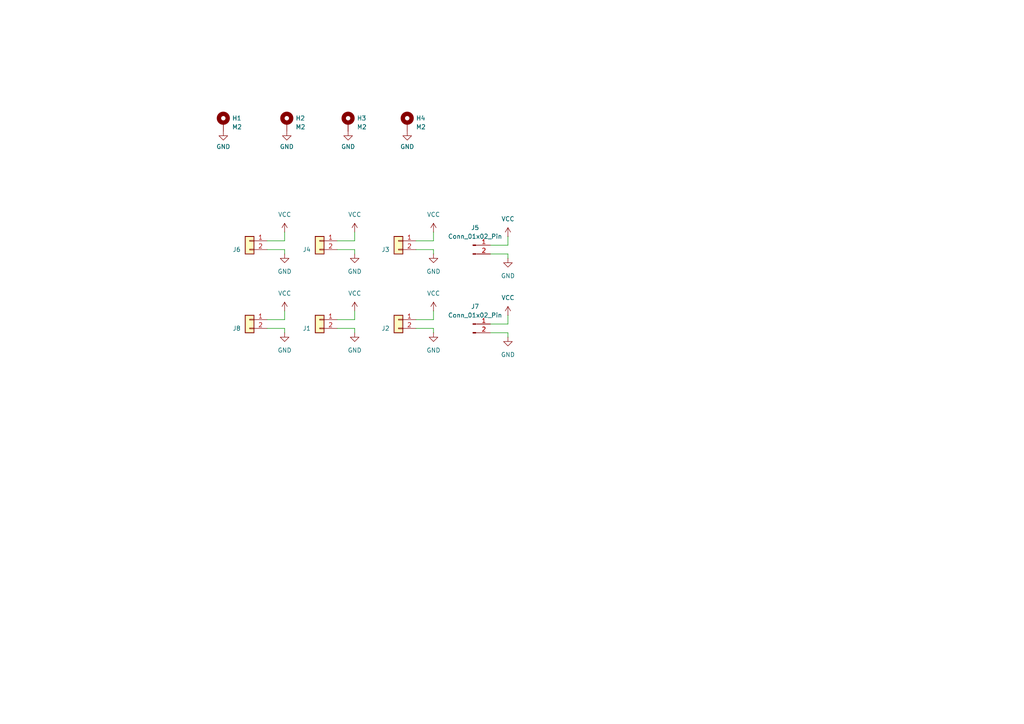
<source format=kicad_sch>
(kicad_sch (version 20231120) (generator "eeschema") (generator_version "8.0")
  (paper "A4")
  (lib_symbols
    (symbol "Connector:Conn_01x02_Pin" (pin_names (offset 1.016) hide)
      (property "Reference" "J" (at 0 2.54 0))
      (property "Value" "Conn_01x02_Pin" (at 0 -5.08 0))
      (symbol "Conn_01x02_Pin_1_1"
        (polyline (pts (xy 1.27 -2.54) (xy 0.8636 -2.54)) (stroke (width 0.1524)))
        (polyline (pts (xy 1.27 0) (xy 0.8636 0)) (stroke (width 0.1524)))
        (rectangle (start 0.8636 -2.413) (end 0 -2.667) (stroke (width 0.1524)) (fill (type outline)))
        (rectangle (start 0.8636 0.127) (end 0 -0.127) (stroke (width 0.1524)) (fill (type outline)))
        (pin passive line (at 5.08 0 180) (length 3.81) (name "Pin_1") (number "1"))
        (pin passive line (at 5.08 -2.54 180) (length 3.81) (name "Pin_2") (number "2"))
      )
    )
    (symbol "Connector_Generic:Conn_01x02" (pin_names (offset 1.016) hide)
      (property "Reference" "J" (at 0 2.54 0))
      (property "Value" "Conn_01x02" (at 0 -5.08 0))
      (symbol "Conn_01x02_1_1"
        (rectangle (start -1.27 -2.413) (end 0 -2.667) (stroke (width 0.1524)))
        (rectangle (start -1.27 0.127) (end 0 -0.127) (stroke (width 0.1524)))
        (rectangle (start -1.27 1.27) (end 1.27 -3.81) (stroke (width 0.254)) (fill (type background)))
        (pin passive line (at -5.08 0 0) (length 3.81) (name "Pin_1") (number "1"))
        (pin passive line (at -5.08 -2.54 0) (length 3.81) (name "Pin_2") (number "2"))
      )
    )
    (symbol "GND_1" (power) (pin_names (offset 0))
      (property "Value" "GND_1" (at 0 -3.81 0))
      (symbol "GND_1_0_1"
        (polyline (pts (xy 0 0) (xy 0 -1.27) (xy 1.27 -1.27) (xy 0 -2.54) (xy -1.27 -1.27) (xy 0 -1.27)))
      )
      (symbol "GND_1_1_1"
        (pin power_in line (at 0 0 270) (length 0) hide (name "GND") (number "1"))
      )
    )
    (symbol "Mechanical:MountingHole_Pad" (pin_numbers hide) (pin_names (offset 1.016) hide)
      (property "Reference" "H" (at 0 6.35 0))
      (property "Value" "MountingHole_Pad" (at 0 4.445 0))
      (symbol "MountingHole_Pad_0_1"
        (circle (center 0 1.27) (radius 1.27) (stroke (width 1.27)))
      )
      (symbol "MountingHole_Pad_1_1"
        (pin input line (at 0 -2.54 90) (length 2.54) (name "1") (number "1"))
      )
    )
    (symbol "power:GND" (power) (pin_numbers hide) (pin_names (offset 0) hide)
      (property "Value" "GND" (at 0 -3.81 0))
      (symbol "GND_0_1"
        (polyline (pts (xy 0 0) (xy 0 -1.27) (xy 1.27 -1.27) (xy 0 -2.54) (xy -1.27 -1.27) (xy 0 -1.27)))
      )
      (symbol "GND_1_1"
        (pin power_in line (at 0 0 270) (length 0) (name "~") (number "1"))
      )
    )
    (symbol "power:VCC" (power) (pin_numbers hide) (pin_names (offset 0) hide)
      (property "Value" "VCC" (at 0 3.556 0))
      (symbol "VCC_0_1"
        (polyline (pts (xy -0.762 1.27) (xy 0 2.54)))
        (polyline (pts (xy 0 0) (xy 0 2.54)))
        (polyline (pts (xy 0 2.54) (xy 0.762 1.27)))
      )
      (symbol "VCC_1_1"
        (pin power_in line (at 0 0 90) (length 0) (name "~") (number "1"))
      )
    )
  )
  (wire (pts (xy 120.65 72.39) (xy 125.73 72.39)))
  (wire (pts (xy 97.79 95.25) (xy 102.87 95.25)))
  (wire (pts (xy 125.73 72.39) (xy 125.73 73.66)))
  (wire (pts (xy 102.87 72.39) (xy 102.87 73.66)))
  (wire (pts (xy 147.32 73.66) (xy 147.32 74.93)))
  (wire (pts (xy 102.87 95.25) (xy 102.87 96.52)))
  (wire (pts (xy 147.32 93.98) (xy 147.32 91.44)))
  (wire (pts (xy 142.24 93.98) (xy 147.32 93.98)))
  (wire (pts (xy 142.24 96.52) (xy 147.32 96.52)))
  (wire (pts (xy 82.55 95.25) (xy 82.55 96.52)))
  (wire (pts (xy 125.73 69.85) (xy 125.73 67.31)))
  (wire (pts (xy 147.32 71.12) (xy 147.32 68.58)))
  (wire (pts (xy 125.73 95.25) (xy 125.73 96.52)))
  (wire (pts (xy 97.79 92.71) (xy 102.87 92.71)))
  (wire (pts (xy 82.55 72.39) (xy 82.55 73.66)))
  (wire (pts (xy 120.65 69.85) (xy 125.73 69.85)))
  (wire (pts (xy 142.24 73.66) (xy 147.32 73.66)))
  (wire (pts (xy 102.87 69.85) (xy 102.87 67.31)))
  (wire (pts (xy 102.87 92.71) (xy 102.87 90.17)))
  (wire (pts (xy 125.73 92.71) (xy 125.73 90.17)))
  (wire (pts (xy 147.32 96.52) (xy 147.32 97.79)))
  (wire (pts (xy 142.24 71.12) (xy 147.32 71.12)))
  (wire (pts (xy 120.65 92.71) (xy 125.73 92.71)))
  (wire (pts (xy 77.47 69.85) (xy 82.55 69.85)))
  (wire (pts (xy 77.47 72.39) (xy 82.55 72.39)))
  (wire (pts (xy 82.55 69.85) (xy 82.55 67.31)))
  (wire (pts (xy 97.79 69.85) (xy 102.87 69.85)))
  (wire (pts (xy 82.55 92.71) (xy 82.55 90.17)))
  (wire (pts (xy 97.79 72.39) (xy 102.87 72.39)))
  (wire (pts (xy 77.47 92.71) (xy 82.55 92.71)))
  (wire (pts (xy 120.65 95.25) (xy 125.73 95.25)))
  (wire (pts (xy 77.47 95.25) (xy 82.55 95.25)))
  (symbol (lib_id "power:GND") (at 147.32 97.79 0) (unit 1)
    (property "Reference" "#PWR015" (effects (hide yes)))
    (property "Value" "GND" (at 147.32 102.87 0))
    (property "Description" "Power symbol creates a global label with name \"GND\" , ground" (effects (hide yes)))
  )
  (symbol (lib_id "Connector_Generic:Conn_01x02") (at 115.57 69.85 0) (mirror y) (unit 1)
    (property "Reference" "J3" (at 113.03 72.39 0) (effects (justify left)))
    (property "Value" "XT30PW-M/Terminal block" (effects (hide yes)))
    (property "Footprint" "0_connectors:AMASS_XT30PW-M_1x02_P2.50mm_Horizontal" (effects (hide yes)))
    (property "Datasheet" "https://www.tme.eu/Document/6eb2005a51a52592b3f19e8a450c54c8/XT30PW-M.pdf" (effects (hide yes)))
    (property "Manufacturer ref" "XT30PW-M" (effects (hide yes)))
    (property "TME ref" "XT30PW-M" (effects (hide yes)))
  )
  (symbol (lib_name "GND_1") (lib_id "power:GND") (at 83.185 38.1 0) (unit 1)
    (property "Reference" "#PWR018" (effects (hide yes)))
    (property "Value" "GND" (at 83.185 42.545 0))
  )
  (symbol (lib_name "GND_1") (lib_id "power:GND") (at 64.77 38.1 0) (unit 1)
    (property "Reference" "#PWR017" (effects (hide yes)))
    (property "Value" "GND" (at 64.77 42.545 0))
  )
  (symbol (lib_id "power:GND") (at 82.55 73.66 0) (unit 1)
    (property "Reference" "#PWR012" (effects (hide yes)))
    (property "Value" "GND" (at 82.55 78.74 0))
    (property "Description" "Power symbol creates a global label with name \"GND\" , ground" (effects (hide yes)))
  )
  (symbol (lib_id "Connector_Generic:Conn_01x02") (at 72.39 69.85 0) (mirror y) (unit 1)
    (property "Reference" "J6" (at 69.85 72.39 0) (effects (justify left)))
    (property "Value" "XT30PW-M/Terminal block" (effects (hide yes)))
    (property "Footprint" "0_connectors:AMASS_XT30PW-M_1x02_P2.50mm_Horizontal" (effects (hide yes)))
    (property "Datasheet" "https://www.tme.eu/Document/6eb2005a51a52592b3f19e8a450c54c8/XT30PW-M.pdf" (effects (hide yes)))
    (property "Manufacturer ref" "XT30PW-M" (effects (hide yes)))
    (property "TME ref" "XT30PW-M" (effects (hide yes)))
  )
  (symbol (lib_id "Connector_Generic:Conn_01x02") (at 115.57 92.71 0) (mirror y) (unit 1)
    (property "Reference" "J2" (at 113.03 95.25 0) (effects (justify left)))
    (property "Value" "XT30PW-M/Terminal block" (effects (hide yes)))
    (property "Footprint" "0_connectors:AMASS_XT30PW-M_1x02_P2.50mm_Horizontal" (effects (hide yes)))
    (property "Datasheet" "https://www.tme.eu/Document/6eb2005a51a52592b3f19e8a450c54c8/XT30PW-M.pdf" (effects (hide yes)))
    (property "Manufacturer ref" "XT30PW-M" (effects (hide yes)))
    (property "TME ref" "XT30PW-M" (effects (hide yes)))
  )
  (symbol (lib_id "Connector_Generic:Conn_01x02") (at 72.39 92.71 0) (mirror y) (unit 1)
    (property "Reference" "J8" (at 69.85 95.25 0) (effects (justify left)))
    (property "Value" "XT30PW-M/Terminal block" (effects (hide yes)))
    (property "Footprint" "0_connectors:AMASS_XT30PW-M_1x02_P2.50mm_Horizontal" (effects (hide yes)))
    (property "Datasheet" "https://www.tme.eu/Document/6eb2005a51a52592b3f19e8a450c54c8/XT30PW-M.pdf" (effects (hide yes)))
    (property "Manufacturer ref" "XT30PW-M" (effects (hide yes)))
    (property "TME ref" "XT30PW-M" (effects (hide yes)))
  )
  (symbol (lib_id "Mechanical:MountingHole_Pad") (at 100.965 35.56 0) (unit 1) (in_bom no)
    (property "Reference" "H3" (at 103.505 34.2899 0) (effects (justify left)))
    (property "Value" "M2" (at 103.505 36.8299 0) (effects (justify left)))
    (property "Footprint" "MountingHole:MountingHole_2.2mm_M2_Pad_Via" (effects (hide yes)))
  )
  (symbol (lib_id "power:GND") (at 82.55 96.52 0) (unit 1)
    (property "Reference" "#PWR016" (effects (hide yes)))
    (property "Value" "GND" (at 82.55 101.6 0))
    (property "Description" "Power symbol creates a global label with name \"GND\" , ground" (effects (hide yes)))
  )
  (symbol (lib_id "power:VCC") (at 147.32 68.58 0) (unit 1)
    (property "Reference" "#PWR09" (effects (hide yes)))
    (property "Value" "VCC" (at 147.32 63.5 0))
    (property "Description" "Power symbol creates a global label with name \"VCC\"" (effects (hide yes)))
  )
  (symbol (lib_id "power:GND") (at 102.87 96.52 0) (unit 1)
    (property "Reference" "#PWR07" (effects (hide yes)))
    (property "Value" "GND" (at 102.87 101.6 0))
    (property "Description" "Power symbol creates a global label with name \"GND\" , ground" (effects (hide yes)))
  )
  (symbol (lib_id "power:GND") (at 147.32 74.93 0) (unit 1)
    (property "Reference" "#PWR011" (effects (hide yes)))
    (property "Value" "GND" (at 147.32 80.01 0))
    (property "Description" "Power symbol creates a global label with name \"GND\" , ground" (effects (hide yes)))
  )
  (symbol (lib_id "power:VCC") (at 125.73 67.31 0) (unit 1)
    (property "Reference" "#PWR03" (effects (hide yes)))
    (property "Value" "VCC" (at 125.73 62.23 0))
    (property "Description" "Power symbol creates a global label with name \"VCC\"" (effects (hide yes)))
  )
  (symbol (lib_id "power:GND") (at 125.73 73.66 0) (unit 1)
    (property "Reference" "#PWR04" (effects (hide yes)))
    (property "Value" "GND" (at 125.73 78.74 0))
    (property "Description" "Power symbol creates a global label with name \"GND\" , ground" (effects (hide yes)))
  )
  (symbol (lib_name "GND_1") (lib_id "power:GND") (at 118.11 38.1 0) (unit 1)
    (property "Reference" "#PWR020" (effects (hide yes)))
    (property "Value" "GND" (at 118.11 42.545 0))
  )
  (symbol (lib_id "power:VCC") (at 102.87 90.17 0) (unit 1)
    (property "Reference" "#PWR05" (effects (hide yes)))
    (property "Value" "VCC" (at 102.87 85.09 0))
    (property "Description" "Power symbol creates a global label with name \"VCC\"" (effects (hide yes)))
  )
  (symbol (lib_id "power:VCC") (at 125.73 90.17 0) (unit 1)
    (property "Reference" "#PWR06" (effects (hide yes)))
    (property "Value" "VCC" (at 125.73 85.09 0))
    (property "Description" "Power symbol creates a global label with name \"VCC\"" (effects (hide yes)))
  )
  (symbol (lib_id "Connector_Generic:Conn_01x02") (at 92.71 92.71 0) (mirror y) (unit 1)
    (property "Reference" "J1" (at 90.17 95.25 0) (effects (justify left)))
    (property "Value" "XT30PW-M/Terminal block" (effects (hide yes)))
    (property "Footprint" "0_connectors:AMASS_XT30PW-M_1x02_P2.50mm_Horizontal" (effects (hide yes)))
    (property "Datasheet" "https://www.tme.eu/Document/6eb2005a51a52592b3f19e8a450c54c8/XT30PW-M.pdf" (effects (hide yes)))
    (property "Manufacturer ref" "XT30PW-M" (effects (hide yes)))
    (property "TME ref" "XT30PW-M" (effects (hide yes)))
  )
  (symbol (lib_id "Connector:Conn_01x02_Pin") (at 137.16 93.98 0) (unit 1)
    (property "Reference" "J7" (at 137.795 88.9 0))
    (property "Value" "Conn_01x02_Pin" (at 137.795 91.44 0))
    (property "Footprint" "Connector_AMASS:AMASS_XT60PW-F_1x02_P7.20mm_Horizontal" (effects (hide yes)))
    (property "Description" "Generic connector, single row, 01x02, script generated" (effects (hide yes)))
  )
  (symbol (lib_id "Connector:Conn_01x02_Pin") (at 137.16 71.12 0) (unit 1)
    (property "Reference" "J5" (at 137.795 66.04 0))
    (property "Value" "Conn_01x02_Pin" (at 137.795 68.58 0))
    (property "Footprint" "Connector_AMASS:AMASS_XT60PW-F_1x02_P7.20mm_Horizontal" (effects (hide yes)))
    (property "Description" "Generic connector, single row, 01x02, script generated" (effects (hide yes)))
  )
  (symbol (lib_id "Connector_Generic:Conn_01x02") (at 92.71 69.85 0) (mirror y) (unit 1)
    (property "Reference" "J4" (at 90.17 72.39 0) (effects (justify left)))
    (property "Value" "XT30PW-M/Terminal block" (effects (hide yes)))
    (property "Footprint" "0_connectors:AMASS_XT30PW-M_1x02_P2.50mm_Horizontal" (effects (hide yes)))
    (property "Datasheet" "https://www.tme.eu/Document/6eb2005a51a52592b3f19e8a450c54c8/XT30PW-M.pdf" (effects (hide yes)))
    (property "Manufacturer ref" "XT30PW-M" (effects (hide yes)))
    (property "TME ref" "XT30PW-M" (effects (hide yes)))
  )
  (symbol (lib_id "power:VCC") (at 102.87 67.31 0) (unit 1)
    (property "Reference" "#PWR02" (effects (hide yes)))
    (property "Value" "VCC" (at 102.87 62.23 0))
    (property "Description" "Power symbol creates a global label with name \"VCC\"" (effects (hide yes)))
  )
  (symbol (lib_id "power:VCC") (at 82.55 90.17 0) (unit 1)
    (property "Reference" "#PWR014" (effects (hide yes)))
    (property "Value" "VCC" (at 82.55 85.09 0))
    (property "Description" "Power symbol creates a global label with name \"VCC\"" (effects (hide yes)))
  )
  (symbol (lib_id "Mechanical:MountingHole_Pad") (at 83.185 35.56 0) (unit 1) (in_bom no)
    (property "Reference" "H2" (at 85.725 34.2899 0) (effects (justify left)))
    (property "Value" "M2" (at 85.725 36.8299 0) (effects (justify left)))
    (property "Footprint" "MountingHole:MountingHole_2.2mm_M2_Pad_Via" (effects (hide yes)))
  )
  (symbol (lib_id "power:GND") (at 125.73 96.52 0) (unit 1)
    (property "Reference" "#PWR08" (effects (hide yes)))
    (property "Value" "GND" (at 125.73 101.6 0))
    (property "Description" "Power symbol creates a global label with name \"GND\" , ground" (effects (hide yes)))
  )
  (symbol (lib_id "Mechanical:MountingHole_Pad") (at 118.11 35.56 0) (unit 1) (in_bom no)
    (property "Reference" "H4" (at 120.65 34.2899 0) (effects (justify left)))
    (property "Value" "M2" (at 120.65 36.8299 0) (effects (justify left)))
    (property "Footprint" "MountingHole:MountingHole_2.2mm_M2_Pad_Via" (effects (hide yes)))
  )
  (symbol (lib_id "power:VCC") (at 82.55 67.31 0) (unit 1)
    (property "Reference" "#PWR010" (effects (hide yes)))
    (property "Value" "VCC" (at 82.55 62.23 0))
    (property "Description" "Power symbol creates a global label with name \"VCC\"" (effects (hide yes)))
  )
  (symbol (lib_id "Mechanical:MountingHole_Pad") (at 64.77 35.56 0) (unit 1) (in_bom no)
    (property "Reference" "H1" (at 67.31 34.2899 0) (effects (justify left)))
    (property "Value" "M2" (at 67.31 36.8299 0) (effects (justify left)))
    (property "Footprint" "MountingHole:MountingHole_2.2mm_M2_Pad_Via" (effects (hide yes)))
  )
  (symbol (lib_id "power:VCC") (at 147.32 91.44 0) (unit 1)
    (property "Reference" "#PWR013" (effects (hide yes)))
    (property "Value" "VCC" (at 147.32 86.36 0))
    (property "Description" "Power symbol creates a global label with name \"VCC\"" (effects (hide yes)))
  )
  (symbol (lib_name "GND_1") (lib_id "power:GND") (at 100.965 38.1 0) (unit 1)
    (property "Reference" "#PWR019" (effects (hide yes)))
    (property "Value" "GND" (at 100.965 42.545 0))
  )
  (symbol (lib_id "power:GND") (at 102.87 73.66 0) (unit 1)
    (property "Reference" "#PWR01" (effects (hide yes)))
    (property "Value" "GND" (at 102.87 78.74 0))
    (property "Description" "Power symbol creates a global label with name \"GND\" , ground" (effects (hide yes)))
  )
)
</source>
